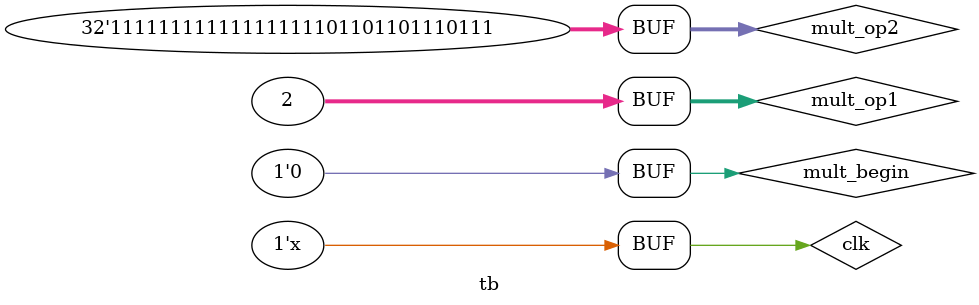
<source format=v>
`timescale 1ns / 1ps


module tb;

    // Inputs
    reg clk;
    reg mult_begin;
    reg [31:0] mult_op1;
    reg [31:0] mult_op2;

    // Outputs
    wire [63:0] product;
    wire mult_end;

    // Instantiate the Unit Under Test (UUT)
    multiply uut (
        .clk(clk), 
        .mult_begin(mult_begin), 
        .mult_op1(mult_op1), 
        .mult_op2(mult_op2), 
        .product(product), 
        .mult_end(mult_end)
    );

    initial begin
        // Initialize Inputs
        clk = 0;
        mult_begin = 0;
        mult_op1 = 0;
        mult_op2 = 0;

        // Wait 100 ns for global reset to finish
        #100;
        mult_begin = 1;
        mult_op1 = 32'H00001111;
        mult_op2 = 32'H00001111;
        #400;
        mult_begin = 0;
        #500;
        mult_begin = 1;
        mult_op1 = 32'H00001111;
        mult_op2 = 32'H00002222;
        #400;
        mult_begin = 0;
        #500;
        mult_begin = 1;
        mult_op1 = 32'H00000002;
        mult_op2 = 32'HFFFFFFFF;
        #400;
        mult_begin = 0;
        #500;
        mult_begin = 1;
        mult_op1 = 32'H00000002;
        mult_op2 = 32'HFFFFDB77;
        #400;
        mult_begin = 0;
        // Add stimulus here
    end
   always #5 clk = ~clk;
endmodule


</source>
